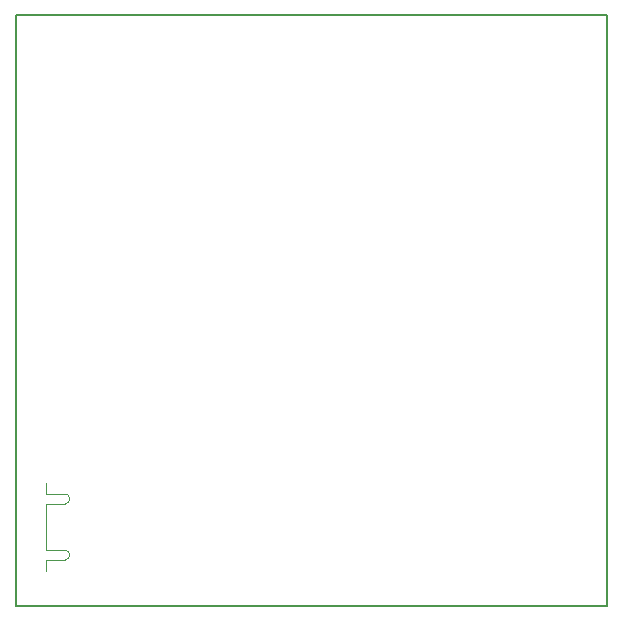
<source format=gbr>
%TF.GenerationSoftware,KiCad,Pcbnew,9.0.4*%
%TF.CreationDate,2025-09-30T19:15:50-07:00*%
%TF.ProjectId,LE_PSU_CAD,4c455f50-5355-45f4-9341-442e6b696361,rev?*%
%TF.SameCoordinates,Original*%
%TF.FileFunction,Profile,NP*%
%FSLAX46Y46*%
G04 Gerber Fmt 4.6, Leading zero omitted, Abs format (unit mm)*
G04 Created by KiCad (PCBNEW 9.0.4) date 2025-09-30 19:15:50*
%MOMM*%
%LPD*%
G01*
G04 APERTURE LIST*
%TA.AperFunction,Profile*%
%ADD10C,0.200000*%
%TD*%
%TA.AperFunction,Profile*%
%ADD11C,0.100000*%
%TD*%
G04 APERTURE END LIST*
D10*
X172500000Y-73950000D02*
X222500000Y-73950000D01*
X222500000Y-123950000D01*
X172500000Y-123950000D01*
X172500000Y-73950000D01*
D11*
%TO.C,J1*%
X175050000Y-113500000D02*
X175050000Y-114450000D01*
X175050000Y-119200000D02*
X175050000Y-115300000D01*
X175050000Y-120050000D02*
X175050000Y-121000000D01*
X176625000Y-114450000D02*
X175050000Y-114450000D01*
X176625000Y-115300000D02*
X175050000Y-115300000D01*
X176625000Y-119200000D02*
X175050000Y-119200000D01*
X176625000Y-120050000D02*
X175050000Y-120050000D01*
X176625000Y-114450000D02*
G75*
G02*
X176625000Y-115300000I0J-425000D01*
G01*
X176625000Y-119200000D02*
G75*
G02*
X176625000Y-120050000I0J-425000D01*
G01*
%TD*%
M02*

</source>
